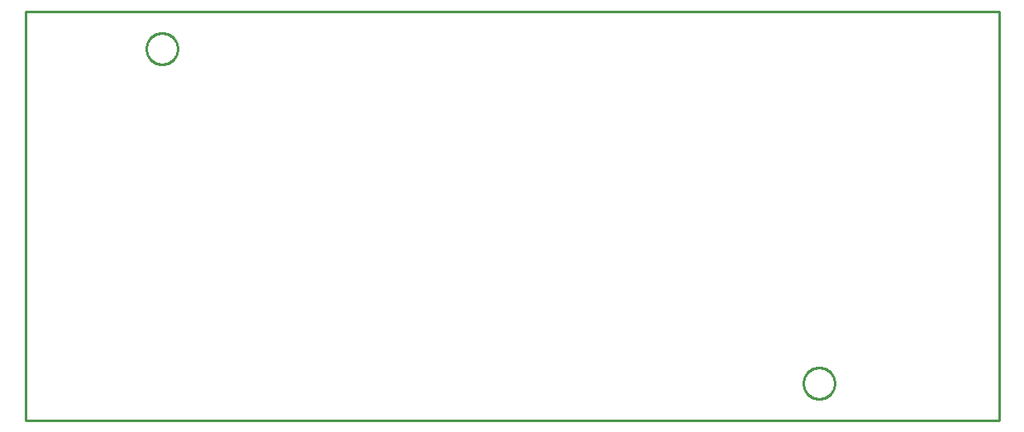
<source format=gko>
G04 EAGLE Gerber RS-274X export*
G75*
%MOMM*%
%FSLAX34Y34*%
%LPD*%
%INBoard Outline*%
%IPPOS*%
%AMOC8*
5,1,8,0,0,1.08239X$1,22.5*%
G01*
%ADD10C,0.000000*%
%ADD11C,0.254000*%


D10*
X996950Y419100D02*
X25400Y419100D01*
X19050Y419100D01*
X0Y419100D01*
X0Y0D01*
X996950Y0D01*
X996950Y419100D01*
X123698Y381000D02*
X123703Y381393D01*
X123717Y381785D01*
X123741Y382177D01*
X123775Y382568D01*
X123818Y382959D01*
X123871Y383348D01*
X123934Y383736D01*
X124005Y384122D01*
X124087Y384506D01*
X124178Y384888D01*
X124278Y385268D01*
X124387Y385645D01*
X124506Y386020D01*
X124633Y386391D01*
X124770Y386759D01*
X124916Y387124D01*
X125071Y387485D01*
X125234Y387842D01*
X125407Y388195D01*
X125587Y388543D01*
X125777Y388887D01*
X125975Y389227D01*
X126181Y389561D01*
X126395Y389890D01*
X126617Y390214D01*
X126847Y390532D01*
X127085Y390845D01*
X127330Y391152D01*
X127583Y391452D01*
X127843Y391746D01*
X128111Y392034D01*
X128385Y392315D01*
X128666Y392589D01*
X128954Y392857D01*
X129248Y393117D01*
X129548Y393370D01*
X129855Y393615D01*
X130168Y393853D01*
X130486Y394083D01*
X130810Y394305D01*
X131139Y394519D01*
X131473Y394725D01*
X131813Y394923D01*
X132157Y395113D01*
X132505Y395293D01*
X132858Y395466D01*
X133215Y395629D01*
X133576Y395784D01*
X133941Y395930D01*
X134309Y396067D01*
X134680Y396194D01*
X135055Y396313D01*
X135432Y396422D01*
X135812Y396522D01*
X136194Y396613D01*
X136578Y396695D01*
X136964Y396766D01*
X137352Y396829D01*
X137741Y396882D01*
X138132Y396925D01*
X138523Y396959D01*
X138915Y396983D01*
X139307Y396997D01*
X139700Y397002D01*
X140093Y396997D01*
X140485Y396983D01*
X140877Y396959D01*
X141268Y396925D01*
X141659Y396882D01*
X142048Y396829D01*
X142436Y396766D01*
X142822Y396695D01*
X143206Y396613D01*
X143588Y396522D01*
X143968Y396422D01*
X144345Y396313D01*
X144720Y396194D01*
X145091Y396067D01*
X145459Y395930D01*
X145824Y395784D01*
X146185Y395629D01*
X146542Y395466D01*
X146895Y395293D01*
X147243Y395113D01*
X147587Y394923D01*
X147927Y394725D01*
X148261Y394519D01*
X148590Y394305D01*
X148914Y394083D01*
X149232Y393853D01*
X149545Y393615D01*
X149852Y393370D01*
X150152Y393117D01*
X150446Y392857D01*
X150734Y392589D01*
X151015Y392315D01*
X151289Y392034D01*
X151557Y391746D01*
X151817Y391452D01*
X152070Y391152D01*
X152315Y390845D01*
X152553Y390532D01*
X152783Y390214D01*
X153005Y389890D01*
X153219Y389561D01*
X153425Y389227D01*
X153623Y388887D01*
X153813Y388543D01*
X153993Y388195D01*
X154166Y387842D01*
X154329Y387485D01*
X154484Y387124D01*
X154630Y386759D01*
X154767Y386391D01*
X154894Y386020D01*
X155013Y385645D01*
X155122Y385268D01*
X155222Y384888D01*
X155313Y384506D01*
X155395Y384122D01*
X155466Y383736D01*
X155529Y383348D01*
X155582Y382959D01*
X155625Y382568D01*
X155659Y382177D01*
X155683Y381785D01*
X155697Y381393D01*
X155702Y381000D01*
X155697Y380607D01*
X155683Y380215D01*
X155659Y379823D01*
X155625Y379432D01*
X155582Y379041D01*
X155529Y378652D01*
X155466Y378264D01*
X155395Y377878D01*
X155313Y377494D01*
X155222Y377112D01*
X155122Y376732D01*
X155013Y376355D01*
X154894Y375980D01*
X154767Y375609D01*
X154630Y375241D01*
X154484Y374876D01*
X154329Y374515D01*
X154166Y374158D01*
X153993Y373805D01*
X153813Y373457D01*
X153623Y373113D01*
X153425Y372773D01*
X153219Y372439D01*
X153005Y372110D01*
X152783Y371786D01*
X152553Y371468D01*
X152315Y371155D01*
X152070Y370848D01*
X151817Y370548D01*
X151557Y370254D01*
X151289Y369966D01*
X151015Y369685D01*
X150734Y369411D01*
X150446Y369143D01*
X150152Y368883D01*
X149852Y368630D01*
X149545Y368385D01*
X149232Y368147D01*
X148914Y367917D01*
X148590Y367695D01*
X148261Y367481D01*
X147927Y367275D01*
X147587Y367077D01*
X147243Y366887D01*
X146895Y366707D01*
X146542Y366534D01*
X146185Y366371D01*
X145824Y366216D01*
X145459Y366070D01*
X145091Y365933D01*
X144720Y365806D01*
X144345Y365687D01*
X143968Y365578D01*
X143588Y365478D01*
X143206Y365387D01*
X142822Y365305D01*
X142436Y365234D01*
X142048Y365171D01*
X141659Y365118D01*
X141268Y365075D01*
X140877Y365041D01*
X140485Y365017D01*
X140093Y365003D01*
X139700Y364998D01*
X139307Y365003D01*
X138915Y365017D01*
X138523Y365041D01*
X138132Y365075D01*
X137741Y365118D01*
X137352Y365171D01*
X136964Y365234D01*
X136578Y365305D01*
X136194Y365387D01*
X135812Y365478D01*
X135432Y365578D01*
X135055Y365687D01*
X134680Y365806D01*
X134309Y365933D01*
X133941Y366070D01*
X133576Y366216D01*
X133215Y366371D01*
X132858Y366534D01*
X132505Y366707D01*
X132157Y366887D01*
X131813Y367077D01*
X131473Y367275D01*
X131139Y367481D01*
X130810Y367695D01*
X130486Y367917D01*
X130168Y368147D01*
X129855Y368385D01*
X129548Y368630D01*
X129248Y368883D01*
X128954Y369143D01*
X128666Y369411D01*
X128385Y369685D01*
X128111Y369966D01*
X127843Y370254D01*
X127583Y370548D01*
X127330Y370848D01*
X127085Y371155D01*
X126847Y371468D01*
X126617Y371786D01*
X126395Y372110D01*
X126181Y372439D01*
X125975Y372773D01*
X125777Y373113D01*
X125587Y373457D01*
X125407Y373805D01*
X125234Y374158D01*
X125071Y374515D01*
X124916Y374876D01*
X124770Y375241D01*
X124633Y375609D01*
X124506Y375980D01*
X124387Y376355D01*
X124278Y376732D01*
X124178Y377112D01*
X124087Y377494D01*
X124005Y377878D01*
X123934Y378264D01*
X123871Y378652D01*
X123818Y379041D01*
X123775Y379432D01*
X123741Y379823D01*
X123717Y380215D01*
X123703Y380607D01*
X123698Y381000D01*
X796798Y38100D02*
X796803Y38493D01*
X796817Y38885D01*
X796841Y39277D01*
X796875Y39668D01*
X796918Y40059D01*
X796971Y40448D01*
X797034Y40836D01*
X797105Y41222D01*
X797187Y41606D01*
X797278Y41988D01*
X797378Y42368D01*
X797487Y42745D01*
X797606Y43120D01*
X797733Y43491D01*
X797870Y43859D01*
X798016Y44224D01*
X798171Y44585D01*
X798334Y44942D01*
X798507Y45295D01*
X798687Y45643D01*
X798877Y45987D01*
X799075Y46327D01*
X799281Y46661D01*
X799495Y46990D01*
X799717Y47314D01*
X799947Y47632D01*
X800185Y47945D01*
X800430Y48252D01*
X800683Y48552D01*
X800943Y48846D01*
X801211Y49134D01*
X801485Y49415D01*
X801766Y49689D01*
X802054Y49957D01*
X802348Y50217D01*
X802648Y50470D01*
X802955Y50715D01*
X803268Y50953D01*
X803586Y51183D01*
X803910Y51405D01*
X804239Y51619D01*
X804573Y51825D01*
X804913Y52023D01*
X805257Y52213D01*
X805605Y52393D01*
X805958Y52566D01*
X806315Y52729D01*
X806676Y52884D01*
X807041Y53030D01*
X807409Y53167D01*
X807780Y53294D01*
X808155Y53413D01*
X808532Y53522D01*
X808912Y53622D01*
X809294Y53713D01*
X809678Y53795D01*
X810064Y53866D01*
X810452Y53929D01*
X810841Y53982D01*
X811232Y54025D01*
X811623Y54059D01*
X812015Y54083D01*
X812407Y54097D01*
X812800Y54102D01*
X813193Y54097D01*
X813585Y54083D01*
X813977Y54059D01*
X814368Y54025D01*
X814759Y53982D01*
X815148Y53929D01*
X815536Y53866D01*
X815922Y53795D01*
X816306Y53713D01*
X816688Y53622D01*
X817068Y53522D01*
X817445Y53413D01*
X817820Y53294D01*
X818191Y53167D01*
X818559Y53030D01*
X818924Y52884D01*
X819285Y52729D01*
X819642Y52566D01*
X819995Y52393D01*
X820343Y52213D01*
X820687Y52023D01*
X821027Y51825D01*
X821361Y51619D01*
X821690Y51405D01*
X822014Y51183D01*
X822332Y50953D01*
X822645Y50715D01*
X822952Y50470D01*
X823252Y50217D01*
X823546Y49957D01*
X823834Y49689D01*
X824115Y49415D01*
X824389Y49134D01*
X824657Y48846D01*
X824917Y48552D01*
X825170Y48252D01*
X825415Y47945D01*
X825653Y47632D01*
X825883Y47314D01*
X826105Y46990D01*
X826319Y46661D01*
X826525Y46327D01*
X826723Y45987D01*
X826913Y45643D01*
X827093Y45295D01*
X827266Y44942D01*
X827429Y44585D01*
X827584Y44224D01*
X827730Y43859D01*
X827867Y43491D01*
X827994Y43120D01*
X828113Y42745D01*
X828222Y42368D01*
X828322Y41988D01*
X828413Y41606D01*
X828495Y41222D01*
X828566Y40836D01*
X828629Y40448D01*
X828682Y40059D01*
X828725Y39668D01*
X828759Y39277D01*
X828783Y38885D01*
X828797Y38493D01*
X828802Y38100D01*
X828797Y37707D01*
X828783Y37315D01*
X828759Y36923D01*
X828725Y36532D01*
X828682Y36141D01*
X828629Y35752D01*
X828566Y35364D01*
X828495Y34978D01*
X828413Y34594D01*
X828322Y34212D01*
X828222Y33832D01*
X828113Y33455D01*
X827994Y33080D01*
X827867Y32709D01*
X827730Y32341D01*
X827584Y31976D01*
X827429Y31615D01*
X827266Y31258D01*
X827093Y30905D01*
X826913Y30557D01*
X826723Y30213D01*
X826525Y29873D01*
X826319Y29539D01*
X826105Y29210D01*
X825883Y28886D01*
X825653Y28568D01*
X825415Y28255D01*
X825170Y27948D01*
X824917Y27648D01*
X824657Y27354D01*
X824389Y27066D01*
X824115Y26785D01*
X823834Y26511D01*
X823546Y26243D01*
X823252Y25983D01*
X822952Y25730D01*
X822645Y25485D01*
X822332Y25247D01*
X822014Y25017D01*
X821690Y24795D01*
X821361Y24581D01*
X821027Y24375D01*
X820687Y24177D01*
X820343Y23987D01*
X819995Y23807D01*
X819642Y23634D01*
X819285Y23471D01*
X818924Y23316D01*
X818559Y23170D01*
X818191Y23033D01*
X817820Y22906D01*
X817445Y22787D01*
X817068Y22678D01*
X816688Y22578D01*
X816306Y22487D01*
X815922Y22405D01*
X815536Y22334D01*
X815148Y22271D01*
X814759Y22218D01*
X814368Y22175D01*
X813977Y22141D01*
X813585Y22117D01*
X813193Y22103D01*
X812800Y22098D01*
X812407Y22103D01*
X812015Y22117D01*
X811623Y22141D01*
X811232Y22175D01*
X810841Y22218D01*
X810452Y22271D01*
X810064Y22334D01*
X809678Y22405D01*
X809294Y22487D01*
X808912Y22578D01*
X808532Y22678D01*
X808155Y22787D01*
X807780Y22906D01*
X807409Y23033D01*
X807041Y23170D01*
X806676Y23316D01*
X806315Y23471D01*
X805958Y23634D01*
X805605Y23807D01*
X805257Y23987D01*
X804913Y24177D01*
X804573Y24375D01*
X804239Y24581D01*
X803910Y24795D01*
X803586Y25017D01*
X803268Y25247D01*
X802955Y25485D01*
X802648Y25730D01*
X802348Y25983D01*
X802054Y26243D01*
X801766Y26511D01*
X801485Y26785D01*
X801211Y27066D01*
X800943Y27354D01*
X800683Y27648D01*
X800430Y27948D01*
X800185Y28255D01*
X799947Y28568D01*
X799717Y28886D01*
X799495Y29210D01*
X799281Y29539D01*
X799075Y29873D01*
X798877Y30213D01*
X798687Y30557D01*
X798507Y30905D01*
X798334Y31258D01*
X798171Y31615D01*
X798016Y31976D01*
X797870Y32341D01*
X797733Y32709D01*
X797606Y33080D01*
X797487Y33455D01*
X797378Y33832D01*
X797278Y34212D01*
X797187Y34594D01*
X797105Y34978D01*
X797034Y35364D01*
X796971Y35752D01*
X796918Y36141D01*
X796875Y36532D01*
X796841Y36923D01*
X796817Y37315D01*
X796803Y37707D01*
X796798Y38100D01*
D11*
X0Y0D02*
X996950Y0D01*
X996950Y419100D01*
X0Y419100D01*
X0Y0D01*
X155702Y380476D02*
X155633Y379431D01*
X155497Y378392D01*
X155292Y377364D01*
X155021Y376352D01*
X154684Y375360D01*
X154283Y374392D01*
X153820Y373453D01*
X153296Y372545D01*
X152714Y371674D01*
X152076Y370843D01*
X151386Y370055D01*
X150645Y369314D01*
X149857Y368624D01*
X149026Y367986D01*
X148155Y367404D01*
X147247Y366880D01*
X146308Y366417D01*
X145340Y366016D01*
X144348Y365679D01*
X143336Y365408D01*
X142308Y365203D01*
X141269Y365067D01*
X140224Y364998D01*
X139176Y364998D01*
X138131Y365067D01*
X137092Y365203D01*
X136064Y365408D01*
X135052Y365679D01*
X134060Y366016D01*
X133092Y366417D01*
X132153Y366880D01*
X131245Y367404D01*
X130374Y367986D01*
X129543Y368624D01*
X128755Y369314D01*
X128014Y370055D01*
X127324Y370843D01*
X126686Y371674D01*
X126104Y372545D01*
X125580Y373453D01*
X125117Y374392D01*
X124716Y375360D01*
X124379Y376352D01*
X124108Y377364D01*
X123903Y378392D01*
X123767Y379431D01*
X123698Y380476D01*
X123698Y381524D01*
X123767Y382569D01*
X123903Y383608D01*
X124108Y384636D01*
X124379Y385648D01*
X124716Y386640D01*
X125117Y387608D01*
X125580Y388547D01*
X126104Y389455D01*
X126686Y390326D01*
X127324Y391157D01*
X128014Y391945D01*
X128755Y392686D01*
X129543Y393376D01*
X130374Y394014D01*
X131245Y394596D01*
X132153Y395120D01*
X133092Y395583D01*
X134060Y395984D01*
X135052Y396321D01*
X136064Y396592D01*
X137092Y396797D01*
X138131Y396933D01*
X139176Y397002D01*
X140224Y397002D01*
X141269Y396933D01*
X142308Y396797D01*
X143336Y396592D01*
X144348Y396321D01*
X145340Y395984D01*
X146308Y395583D01*
X147247Y395120D01*
X148155Y394596D01*
X149026Y394014D01*
X149857Y393376D01*
X150645Y392686D01*
X151386Y391945D01*
X152076Y391157D01*
X152714Y390326D01*
X153296Y389455D01*
X153820Y388547D01*
X154283Y387608D01*
X154684Y386640D01*
X155021Y385648D01*
X155292Y384636D01*
X155497Y383608D01*
X155633Y382569D01*
X155702Y381524D01*
X155702Y380476D01*
X828802Y37576D02*
X828733Y36531D01*
X828597Y35492D01*
X828392Y34464D01*
X828121Y33452D01*
X827784Y32460D01*
X827383Y31492D01*
X826920Y30553D01*
X826396Y29645D01*
X825814Y28774D01*
X825176Y27943D01*
X824486Y27155D01*
X823745Y26414D01*
X822957Y25724D01*
X822126Y25086D01*
X821255Y24504D01*
X820347Y23980D01*
X819408Y23517D01*
X818440Y23116D01*
X817448Y22779D01*
X816436Y22508D01*
X815408Y22303D01*
X814369Y22167D01*
X813324Y22098D01*
X812276Y22098D01*
X811231Y22167D01*
X810192Y22303D01*
X809164Y22508D01*
X808152Y22779D01*
X807160Y23116D01*
X806192Y23517D01*
X805253Y23980D01*
X804345Y24504D01*
X803474Y25086D01*
X802643Y25724D01*
X801855Y26414D01*
X801114Y27155D01*
X800424Y27943D01*
X799786Y28774D01*
X799204Y29645D01*
X798680Y30553D01*
X798217Y31492D01*
X797816Y32460D01*
X797479Y33452D01*
X797208Y34464D01*
X797003Y35492D01*
X796867Y36531D01*
X796798Y37576D01*
X796798Y38624D01*
X796867Y39669D01*
X797003Y40708D01*
X797208Y41736D01*
X797479Y42748D01*
X797816Y43740D01*
X798217Y44708D01*
X798680Y45647D01*
X799204Y46555D01*
X799786Y47426D01*
X800424Y48257D01*
X801114Y49045D01*
X801855Y49786D01*
X802643Y50476D01*
X803474Y51114D01*
X804345Y51696D01*
X805253Y52220D01*
X806192Y52683D01*
X807160Y53084D01*
X808152Y53421D01*
X809164Y53692D01*
X810192Y53897D01*
X811231Y54033D01*
X812276Y54102D01*
X813324Y54102D01*
X814369Y54033D01*
X815408Y53897D01*
X816436Y53692D01*
X817448Y53421D01*
X818440Y53084D01*
X819408Y52683D01*
X820347Y52220D01*
X821255Y51696D01*
X822126Y51114D01*
X822957Y50476D01*
X823745Y49786D01*
X824486Y49045D01*
X825176Y48257D01*
X825814Y47426D01*
X826396Y46555D01*
X826920Y45647D01*
X827383Y44708D01*
X827784Y43740D01*
X828121Y42748D01*
X828392Y41736D01*
X828597Y40708D01*
X828733Y39669D01*
X828802Y38624D01*
X828802Y37576D01*
M02*

</source>
